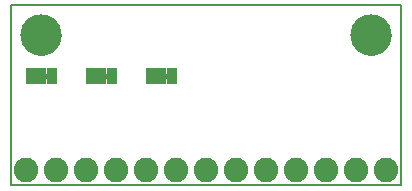
<source format=gbs>
G75*
%MOIN*%
%OFA0B0*%
%FSLAX25Y25*%
%IPPOS*%
%LPD*%
%AMOC8*
5,1,8,0,0,1.08239X$1,22.5*
%
%ADD10C,0.00800*%
%ADD11C,0.01600*%
%ADD12R,0.03300X0.05800*%
%ADD13C,0.00000*%
%ADD14C,0.13800*%
%ADD15C,0.08200*%
D10*
X0002250Y0010500D02*
X0132250Y0010500D01*
X0132250Y0070500D01*
X0002250Y0070500D01*
X0002250Y0010500D01*
D11*
X0008750Y0047000D02*
X0015750Y0047000D01*
X0028750Y0047000D02*
X0035750Y0047000D01*
X0048750Y0047000D02*
X0055750Y0047000D01*
D12*
X0055750Y0047000D03*
X0052250Y0047000D03*
X0048750Y0047000D03*
X0035750Y0047000D03*
X0032250Y0047000D03*
X0028750Y0047000D03*
X0015750Y0047000D03*
X0012250Y0047000D03*
X0008750Y0047000D03*
D13*
X0005750Y0060500D02*
X0005752Y0060661D01*
X0005758Y0060821D01*
X0005768Y0060982D01*
X0005782Y0061142D01*
X0005800Y0061302D01*
X0005821Y0061461D01*
X0005847Y0061620D01*
X0005877Y0061778D01*
X0005910Y0061935D01*
X0005948Y0062092D01*
X0005989Y0062247D01*
X0006034Y0062401D01*
X0006083Y0062554D01*
X0006136Y0062706D01*
X0006192Y0062857D01*
X0006253Y0063006D01*
X0006316Y0063154D01*
X0006384Y0063300D01*
X0006455Y0063444D01*
X0006529Y0063586D01*
X0006607Y0063727D01*
X0006689Y0063865D01*
X0006774Y0064002D01*
X0006862Y0064136D01*
X0006954Y0064268D01*
X0007049Y0064398D01*
X0007147Y0064526D01*
X0007248Y0064651D01*
X0007352Y0064773D01*
X0007459Y0064893D01*
X0007569Y0065010D01*
X0007682Y0065125D01*
X0007798Y0065236D01*
X0007917Y0065345D01*
X0008038Y0065450D01*
X0008162Y0065553D01*
X0008288Y0065653D01*
X0008416Y0065749D01*
X0008547Y0065842D01*
X0008681Y0065932D01*
X0008816Y0066019D01*
X0008954Y0066102D01*
X0009093Y0066182D01*
X0009235Y0066258D01*
X0009378Y0066331D01*
X0009523Y0066400D01*
X0009670Y0066466D01*
X0009818Y0066528D01*
X0009968Y0066586D01*
X0010119Y0066641D01*
X0010272Y0066692D01*
X0010426Y0066739D01*
X0010581Y0066782D01*
X0010737Y0066821D01*
X0010893Y0066857D01*
X0011051Y0066888D01*
X0011209Y0066916D01*
X0011368Y0066940D01*
X0011528Y0066960D01*
X0011688Y0066976D01*
X0011848Y0066988D01*
X0012009Y0066996D01*
X0012170Y0067000D01*
X0012330Y0067000D01*
X0012491Y0066996D01*
X0012652Y0066988D01*
X0012812Y0066976D01*
X0012972Y0066960D01*
X0013132Y0066940D01*
X0013291Y0066916D01*
X0013449Y0066888D01*
X0013607Y0066857D01*
X0013763Y0066821D01*
X0013919Y0066782D01*
X0014074Y0066739D01*
X0014228Y0066692D01*
X0014381Y0066641D01*
X0014532Y0066586D01*
X0014682Y0066528D01*
X0014830Y0066466D01*
X0014977Y0066400D01*
X0015122Y0066331D01*
X0015265Y0066258D01*
X0015407Y0066182D01*
X0015546Y0066102D01*
X0015684Y0066019D01*
X0015819Y0065932D01*
X0015953Y0065842D01*
X0016084Y0065749D01*
X0016212Y0065653D01*
X0016338Y0065553D01*
X0016462Y0065450D01*
X0016583Y0065345D01*
X0016702Y0065236D01*
X0016818Y0065125D01*
X0016931Y0065010D01*
X0017041Y0064893D01*
X0017148Y0064773D01*
X0017252Y0064651D01*
X0017353Y0064526D01*
X0017451Y0064398D01*
X0017546Y0064268D01*
X0017638Y0064136D01*
X0017726Y0064002D01*
X0017811Y0063865D01*
X0017893Y0063727D01*
X0017971Y0063586D01*
X0018045Y0063444D01*
X0018116Y0063300D01*
X0018184Y0063154D01*
X0018247Y0063006D01*
X0018308Y0062857D01*
X0018364Y0062706D01*
X0018417Y0062554D01*
X0018466Y0062401D01*
X0018511Y0062247D01*
X0018552Y0062092D01*
X0018590Y0061935D01*
X0018623Y0061778D01*
X0018653Y0061620D01*
X0018679Y0061461D01*
X0018700Y0061302D01*
X0018718Y0061142D01*
X0018732Y0060982D01*
X0018742Y0060821D01*
X0018748Y0060661D01*
X0018750Y0060500D01*
X0018748Y0060339D01*
X0018742Y0060179D01*
X0018732Y0060018D01*
X0018718Y0059858D01*
X0018700Y0059698D01*
X0018679Y0059539D01*
X0018653Y0059380D01*
X0018623Y0059222D01*
X0018590Y0059065D01*
X0018552Y0058908D01*
X0018511Y0058753D01*
X0018466Y0058599D01*
X0018417Y0058446D01*
X0018364Y0058294D01*
X0018308Y0058143D01*
X0018247Y0057994D01*
X0018184Y0057846D01*
X0018116Y0057700D01*
X0018045Y0057556D01*
X0017971Y0057414D01*
X0017893Y0057273D01*
X0017811Y0057135D01*
X0017726Y0056998D01*
X0017638Y0056864D01*
X0017546Y0056732D01*
X0017451Y0056602D01*
X0017353Y0056474D01*
X0017252Y0056349D01*
X0017148Y0056227D01*
X0017041Y0056107D01*
X0016931Y0055990D01*
X0016818Y0055875D01*
X0016702Y0055764D01*
X0016583Y0055655D01*
X0016462Y0055550D01*
X0016338Y0055447D01*
X0016212Y0055347D01*
X0016084Y0055251D01*
X0015953Y0055158D01*
X0015819Y0055068D01*
X0015684Y0054981D01*
X0015546Y0054898D01*
X0015407Y0054818D01*
X0015265Y0054742D01*
X0015122Y0054669D01*
X0014977Y0054600D01*
X0014830Y0054534D01*
X0014682Y0054472D01*
X0014532Y0054414D01*
X0014381Y0054359D01*
X0014228Y0054308D01*
X0014074Y0054261D01*
X0013919Y0054218D01*
X0013763Y0054179D01*
X0013607Y0054143D01*
X0013449Y0054112D01*
X0013291Y0054084D01*
X0013132Y0054060D01*
X0012972Y0054040D01*
X0012812Y0054024D01*
X0012652Y0054012D01*
X0012491Y0054004D01*
X0012330Y0054000D01*
X0012170Y0054000D01*
X0012009Y0054004D01*
X0011848Y0054012D01*
X0011688Y0054024D01*
X0011528Y0054040D01*
X0011368Y0054060D01*
X0011209Y0054084D01*
X0011051Y0054112D01*
X0010893Y0054143D01*
X0010737Y0054179D01*
X0010581Y0054218D01*
X0010426Y0054261D01*
X0010272Y0054308D01*
X0010119Y0054359D01*
X0009968Y0054414D01*
X0009818Y0054472D01*
X0009670Y0054534D01*
X0009523Y0054600D01*
X0009378Y0054669D01*
X0009235Y0054742D01*
X0009093Y0054818D01*
X0008954Y0054898D01*
X0008816Y0054981D01*
X0008681Y0055068D01*
X0008547Y0055158D01*
X0008416Y0055251D01*
X0008288Y0055347D01*
X0008162Y0055447D01*
X0008038Y0055550D01*
X0007917Y0055655D01*
X0007798Y0055764D01*
X0007682Y0055875D01*
X0007569Y0055990D01*
X0007459Y0056107D01*
X0007352Y0056227D01*
X0007248Y0056349D01*
X0007147Y0056474D01*
X0007049Y0056602D01*
X0006954Y0056732D01*
X0006862Y0056864D01*
X0006774Y0056998D01*
X0006689Y0057135D01*
X0006607Y0057273D01*
X0006529Y0057414D01*
X0006455Y0057556D01*
X0006384Y0057700D01*
X0006316Y0057846D01*
X0006253Y0057994D01*
X0006192Y0058143D01*
X0006136Y0058294D01*
X0006083Y0058446D01*
X0006034Y0058599D01*
X0005989Y0058753D01*
X0005948Y0058908D01*
X0005910Y0059065D01*
X0005877Y0059222D01*
X0005847Y0059380D01*
X0005821Y0059539D01*
X0005800Y0059698D01*
X0005782Y0059858D01*
X0005768Y0060018D01*
X0005758Y0060179D01*
X0005752Y0060339D01*
X0005750Y0060500D01*
X0115750Y0060500D02*
X0115752Y0060661D01*
X0115758Y0060821D01*
X0115768Y0060982D01*
X0115782Y0061142D01*
X0115800Y0061302D01*
X0115821Y0061461D01*
X0115847Y0061620D01*
X0115877Y0061778D01*
X0115910Y0061935D01*
X0115948Y0062092D01*
X0115989Y0062247D01*
X0116034Y0062401D01*
X0116083Y0062554D01*
X0116136Y0062706D01*
X0116192Y0062857D01*
X0116253Y0063006D01*
X0116316Y0063154D01*
X0116384Y0063300D01*
X0116455Y0063444D01*
X0116529Y0063586D01*
X0116607Y0063727D01*
X0116689Y0063865D01*
X0116774Y0064002D01*
X0116862Y0064136D01*
X0116954Y0064268D01*
X0117049Y0064398D01*
X0117147Y0064526D01*
X0117248Y0064651D01*
X0117352Y0064773D01*
X0117459Y0064893D01*
X0117569Y0065010D01*
X0117682Y0065125D01*
X0117798Y0065236D01*
X0117917Y0065345D01*
X0118038Y0065450D01*
X0118162Y0065553D01*
X0118288Y0065653D01*
X0118416Y0065749D01*
X0118547Y0065842D01*
X0118681Y0065932D01*
X0118816Y0066019D01*
X0118954Y0066102D01*
X0119093Y0066182D01*
X0119235Y0066258D01*
X0119378Y0066331D01*
X0119523Y0066400D01*
X0119670Y0066466D01*
X0119818Y0066528D01*
X0119968Y0066586D01*
X0120119Y0066641D01*
X0120272Y0066692D01*
X0120426Y0066739D01*
X0120581Y0066782D01*
X0120737Y0066821D01*
X0120893Y0066857D01*
X0121051Y0066888D01*
X0121209Y0066916D01*
X0121368Y0066940D01*
X0121528Y0066960D01*
X0121688Y0066976D01*
X0121848Y0066988D01*
X0122009Y0066996D01*
X0122170Y0067000D01*
X0122330Y0067000D01*
X0122491Y0066996D01*
X0122652Y0066988D01*
X0122812Y0066976D01*
X0122972Y0066960D01*
X0123132Y0066940D01*
X0123291Y0066916D01*
X0123449Y0066888D01*
X0123607Y0066857D01*
X0123763Y0066821D01*
X0123919Y0066782D01*
X0124074Y0066739D01*
X0124228Y0066692D01*
X0124381Y0066641D01*
X0124532Y0066586D01*
X0124682Y0066528D01*
X0124830Y0066466D01*
X0124977Y0066400D01*
X0125122Y0066331D01*
X0125265Y0066258D01*
X0125407Y0066182D01*
X0125546Y0066102D01*
X0125684Y0066019D01*
X0125819Y0065932D01*
X0125953Y0065842D01*
X0126084Y0065749D01*
X0126212Y0065653D01*
X0126338Y0065553D01*
X0126462Y0065450D01*
X0126583Y0065345D01*
X0126702Y0065236D01*
X0126818Y0065125D01*
X0126931Y0065010D01*
X0127041Y0064893D01*
X0127148Y0064773D01*
X0127252Y0064651D01*
X0127353Y0064526D01*
X0127451Y0064398D01*
X0127546Y0064268D01*
X0127638Y0064136D01*
X0127726Y0064002D01*
X0127811Y0063865D01*
X0127893Y0063727D01*
X0127971Y0063586D01*
X0128045Y0063444D01*
X0128116Y0063300D01*
X0128184Y0063154D01*
X0128247Y0063006D01*
X0128308Y0062857D01*
X0128364Y0062706D01*
X0128417Y0062554D01*
X0128466Y0062401D01*
X0128511Y0062247D01*
X0128552Y0062092D01*
X0128590Y0061935D01*
X0128623Y0061778D01*
X0128653Y0061620D01*
X0128679Y0061461D01*
X0128700Y0061302D01*
X0128718Y0061142D01*
X0128732Y0060982D01*
X0128742Y0060821D01*
X0128748Y0060661D01*
X0128750Y0060500D01*
X0128748Y0060339D01*
X0128742Y0060179D01*
X0128732Y0060018D01*
X0128718Y0059858D01*
X0128700Y0059698D01*
X0128679Y0059539D01*
X0128653Y0059380D01*
X0128623Y0059222D01*
X0128590Y0059065D01*
X0128552Y0058908D01*
X0128511Y0058753D01*
X0128466Y0058599D01*
X0128417Y0058446D01*
X0128364Y0058294D01*
X0128308Y0058143D01*
X0128247Y0057994D01*
X0128184Y0057846D01*
X0128116Y0057700D01*
X0128045Y0057556D01*
X0127971Y0057414D01*
X0127893Y0057273D01*
X0127811Y0057135D01*
X0127726Y0056998D01*
X0127638Y0056864D01*
X0127546Y0056732D01*
X0127451Y0056602D01*
X0127353Y0056474D01*
X0127252Y0056349D01*
X0127148Y0056227D01*
X0127041Y0056107D01*
X0126931Y0055990D01*
X0126818Y0055875D01*
X0126702Y0055764D01*
X0126583Y0055655D01*
X0126462Y0055550D01*
X0126338Y0055447D01*
X0126212Y0055347D01*
X0126084Y0055251D01*
X0125953Y0055158D01*
X0125819Y0055068D01*
X0125684Y0054981D01*
X0125546Y0054898D01*
X0125407Y0054818D01*
X0125265Y0054742D01*
X0125122Y0054669D01*
X0124977Y0054600D01*
X0124830Y0054534D01*
X0124682Y0054472D01*
X0124532Y0054414D01*
X0124381Y0054359D01*
X0124228Y0054308D01*
X0124074Y0054261D01*
X0123919Y0054218D01*
X0123763Y0054179D01*
X0123607Y0054143D01*
X0123449Y0054112D01*
X0123291Y0054084D01*
X0123132Y0054060D01*
X0122972Y0054040D01*
X0122812Y0054024D01*
X0122652Y0054012D01*
X0122491Y0054004D01*
X0122330Y0054000D01*
X0122170Y0054000D01*
X0122009Y0054004D01*
X0121848Y0054012D01*
X0121688Y0054024D01*
X0121528Y0054040D01*
X0121368Y0054060D01*
X0121209Y0054084D01*
X0121051Y0054112D01*
X0120893Y0054143D01*
X0120737Y0054179D01*
X0120581Y0054218D01*
X0120426Y0054261D01*
X0120272Y0054308D01*
X0120119Y0054359D01*
X0119968Y0054414D01*
X0119818Y0054472D01*
X0119670Y0054534D01*
X0119523Y0054600D01*
X0119378Y0054669D01*
X0119235Y0054742D01*
X0119093Y0054818D01*
X0118954Y0054898D01*
X0118816Y0054981D01*
X0118681Y0055068D01*
X0118547Y0055158D01*
X0118416Y0055251D01*
X0118288Y0055347D01*
X0118162Y0055447D01*
X0118038Y0055550D01*
X0117917Y0055655D01*
X0117798Y0055764D01*
X0117682Y0055875D01*
X0117569Y0055990D01*
X0117459Y0056107D01*
X0117352Y0056227D01*
X0117248Y0056349D01*
X0117147Y0056474D01*
X0117049Y0056602D01*
X0116954Y0056732D01*
X0116862Y0056864D01*
X0116774Y0056998D01*
X0116689Y0057135D01*
X0116607Y0057273D01*
X0116529Y0057414D01*
X0116455Y0057556D01*
X0116384Y0057700D01*
X0116316Y0057846D01*
X0116253Y0057994D01*
X0116192Y0058143D01*
X0116136Y0058294D01*
X0116083Y0058446D01*
X0116034Y0058599D01*
X0115989Y0058753D01*
X0115948Y0058908D01*
X0115910Y0059065D01*
X0115877Y0059222D01*
X0115847Y0059380D01*
X0115821Y0059539D01*
X0115800Y0059698D01*
X0115782Y0059858D01*
X0115768Y0060018D01*
X0115758Y0060179D01*
X0115752Y0060339D01*
X0115750Y0060500D01*
D14*
X0122250Y0060500D03*
X0012250Y0060500D03*
D15*
X0007250Y0015500D03*
X0017250Y0015500D03*
X0027250Y0015500D03*
X0037250Y0015500D03*
X0047250Y0015500D03*
X0057250Y0015500D03*
X0067250Y0015500D03*
X0077250Y0015500D03*
X0087250Y0015500D03*
X0097250Y0015500D03*
X0107250Y0015500D03*
X0117250Y0015500D03*
X0127250Y0015500D03*
M02*

</source>
